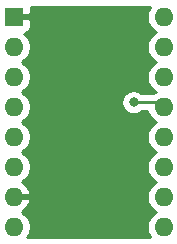
<source format=gbr>
G04 #@! TF.GenerationSoftware,KiCad,Pcbnew,(5.1.5)-3*
G04 #@! TF.CreationDate,2020-05-13T15:10:14-05:00*
G04 #@! TF.ProjectId,pt100stick,70743130-3073-4746-9963-6b2e6b696361,rev?*
G04 #@! TF.SameCoordinates,Original*
G04 #@! TF.FileFunction,Copper,L2,Bot*
G04 #@! TF.FilePolarity,Positive*
%FSLAX46Y46*%
G04 Gerber Fmt 4.6, Leading zero omitted, Abs format (unit mm)*
G04 Created by KiCad (PCBNEW (5.1.5)-3) date 2020-05-13 15:10:14*
%MOMM*%
%LPD*%
G04 APERTURE LIST*
%ADD10O,1.600000X1.600000*%
%ADD11R,1.600000X1.600000*%
%ADD12C,0.800000*%
%ADD13C,0.250000*%
%ADD14C,0.254000*%
G04 APERTURE END LIST*
D10*
X154940000Y-71120000D03*
X142240000Y-88900000D03*
X154940000Y-73660000D03*
X142240000Y-86360000D03*
X154940000Y-76200000D03*
X142240000Y-83820000D03*
X154940000Y-78740000D03*
X142240000Y-81280000D03*
X154940000Y-81280000D03*
X142240000Y-78740000D03*
X154940000Y-83820000D03*
X142240000Y-76200000D03*
X154940000Y-86360000D03*
X142240000Y-73660000D03*
X154940000Y-88900000D03*
D11*
X142240000Y-71120000D03*
D12*
X152717500Y-70993000D03*
X148907500Y-77279500D03*
X152400000Y-78359000D03*
D13*
X154559000Y-78359000D02*
X154940000Y-78740000D01*
X152400000Y-78359000D02*
X154559000Y-78359000D01*
D14*
G36*
X153668320Y-70440273D02*
G01*
X153560147Y-70701426D01*
X153505000Y-70978665D01*
X153505000Y-71261335D01*
X153560147Y-71538574D01*
X153668320Y-71799727D01*
X153825363Y-72034759D01*
X154025241Y-72234637D01*
X154257759Y-72390000D01*
X154025241Y-72545363D01*
X153825363Y-72745241D01*
X153668320Y-72980273D01*
X153560147Y-73241426D01*
X153505000Y-73518665D01*
X153505000Y-73801335D01*
X153560147Y-74078574D01*
X153668320Y-74339727D01*
X153825363Y-74574759D01*
X154025241Y-74774637D01*
X154257759Y-74930000D01*
X154025241Y-75085363D01*
X153825363Y-75285241D01*
X153668320Y-75520273D01*
X153560147Y-75781426D01*
X153505000Y-76058665D01*
X153505000Y-76341335D01*
X153560147Y-76618574D01*
X153668320Y-76879727D01*
X153825363Y-77114759D01*
X154025241Y-77314637D01*
X154257759Y-77470000D01*
X154064696Y-77599000D01*
X153103711Y-77599000D01*
X153059774Y-77555063D01*
X152890256Y-77441795D01*
X152701898Y-77363774D01*
X152501939Y-77324000D01*
X152298061Y-77324000D01*
X152098102Y-77363774D01*
X151909744Y-77441795D01*
X151740226Y-77555063D01*
X151596063Y-77699226D01*
X151482795Y-77868744D01*
X151404774Y-78057102D01*
X151365000Y-78257061D01*
X151365000Y-78460939D01*
X151404774Y-78660898D01*
X151482795Y-78849256D01*
X151596063Y-79018774D01*
X151740226Y-79162937D01*
X151909744Y-79276205D01*
X152098102Y-79354226D01*
X152298061Y-79394000D01*
X152501939Y-79394000D01*
X152701898Y-79354226D01*
X152890256Y-79276205D01*
X153059774Y-79162937D01*
X153103711Y-79119000D01*
X153552275Y-79119000D01*
X153560147Y-79158574D01*
X153668320Y-79419727D01*
X153825363Y-79654759D01*
X154025241Y-79854637D01*
X154257759Y-80010000D01*
X154025241Y-80165363D01*
X153825363Y-80365241D01*
X153668320Y-80600273D01*
X153560147Y-80861426D01*
X153505000Y-81138665D01*
X153505000Y-81421335D01*
X153560147Y-81698574D01*
X153668320Y-81959727D01*
X153825363Y-82194759D01*
X154025241Y-82394637D01*
X154257759Y-82550000D01*
X154025241Y-82705363D01*
X153825363Y-82905241D01*
X153668320Y-83140273D01*
X153560147Y-83401426D01*
X153505000Y-83678665D01*
X153505000Y-83961335D01*
X153560147Y-84238574D01*
X153668320Y-84499727D01*
X153825363Y-84734759D01*
X154025241Y-84934637D01*
X154257759Y-85090000D01*
X154025241Y-85245363D01*
X153825363Y-85445241D01*
X153668320Y-85680273D01*
X153560147Y-85941426D01*
X153505000Y-86218665D01*
X153505000Y-86501335D01*
X153560147Y-86778574D01*
X153668320Y-87039727D01*
X153825363Y-87274759D01*
X154025241Y-87474637D01*
X154257759Y-87630000D01*
X154025241Y-87785363D01*
X153825363Y-87985241D01*
X153668320Y-88220273D01*
X153560147Y-88481426D01*
X153505000Y-88758665D01*
X153505000Y-89041335D01*
X153560147Y-89318574D01*
X153668320Y-89579727D01*
X153774743Y-89739000D01*
X143405257Y-89739000D01*
X143511680Y-89579727D01*
X143619853Y-89318574D01*
X143675000Y-89041335D01*
X143675000Y-88758665D01*
X143619853Y-88481426D01*
X143511680Y-88220273D01*
X143354637Y-87985241D01*
X143154759Y-87785363D01*
X142919727Y-87628320D01*
X142909135Y-87623933D01*
X143095131Y-87512385D01*
X143303519Y-87323414D01*
X143471037Y-87097420D01*
X143591246Y-86843087D01*
X143631904Y-86709039D01*
X143509915Y-86487000D01*
X142367000Y-86487000D01*
X142367000Y-86507000D01*
X142113000Y-86507000D01*
X142113000Y-86487000D01*
X142093000Y-86487000D01*
X142093000Y-86233000D01*
X142113000Y-86233000D01*
X142113000Y-86213000D01*
X142367000Y-86213000D01*
X142367000Y-86233000D01*
X143509915Y-86233000D01*
X143631904Y-86010961D01*
X143591246Y-85876913D01*
X143471037Y-85622580D01*
X143303519Y-85396586D01*
X143095131Y-85207615D01*
X142909135Y-85096067D01*
X142919727Y-85091680D01*
X143154759Y-84934637D01*
X143354637Y-84734759D01*
X143511680Y-84499727D01*
X143619853Y-84238574D01*
X143675000Y-83961335D01*
X143675000Y-83678665D01*
X143619853Y-83401426D01*
X143511680Y-83140273D01*
X143354637Y-82905241D01*
X143154759Y-82705363D01*
X142922241Y-82550000D01*
X143154759Y-82394637D01*
X143354637Y-82194759D01*
X143511680Y-81959727D01*
X143619853Y-81698574D01*
X143675000Y-81421335D01*
X143675000Y-81138665D01*
X143619853Y-80861426D01*
X143511680Y-80600273D01*
X143354637Y-80365241D01*
X143154759Y-80165363D01*
X142922241Y-80010000D01*
X143154759Y-79854637D01*
X143354637Y-79654759D01*
X143511680Y-79419727D01*
X143619853Y-79158574D01*
X143675000Y-78881335D01*
X143675000Y-78598665D01*
X143619853Y-78321426D01*
X143511680Y-78060273D01*
X143354637Y-77825241D01*
X143154759Y-77625363D01*
X142922241Y-77470000D01*
X143154759Y-77314637D01*
X143354637Y-77114759D01*
X143511680Y-76879727D01*
X143619853Y-76618574D01*
X143675000Y-76341335D01*
X143675000Y-76058665D01*
X143619853Y-75781426D01*
X143511680Y-75520273D01*
X143354637Y-75285241D01*
X143154759Y-75085363D01*
X142922241Y-74930000D01*
X143154759Y-74774637D01*
X143354637Y-74574759D01*
X143511680Y-74339727D01*
X143619853Y-74078574D01*
X143675000Y-73801335D01*
X143675000Y-73518665D01*
X143619853Y-73241426D01*
X143511680Y-72980273D01*
X143354637Y-72745241D01*
X143156039Y-72546643D01*
X143164482Y-72545812D01*
X143284180Y-72509502D01*
X143394494Y-72450537D01*
X143491185Y-72371185D01*
X143570537Y-72274494D01*
X143629502Y-72164180D01*
X143665812Y-72044482D01*
X143678072Y-71920000D01*
X143675000Y-71405750D01*
X143516250Y-71247000D01*
X142367000Y-71247000D01*
X142367000Y-71267000D01*
X142113000Y-71267000D01*
X142113000Y-71247000D01*
X142093000Y-71247000D01*
X142093000Y-70993000D01*
X142113000Y-70993000D01*
X142113000Y-70973000D01*
X142367000Y-70973000D01*
X142367000Y-70993000D01*
X143516250Y-70993000D01*
X143675000Y-70834250D01*
X143678072Y-70320000D01*
X143674231Y-70281000D01*
X153774743Y-70281000D01*
X153668320Y-70440273D01*
G37*
X153668320Y-70440273D02*
X153560147Y-70701426D01*
X153505000Y-70978665D01*
X153505000Y-71261335D01*
X153560147Y-71538574D01*
X153668320Y-71799727D01*
X153825363Y-72034759D01*
X154025241Y-72234637D01*
X154257759Y-72390000D01*
X154025241Y-72545363D01*
X153825363Y-72745241D01*
X153668320Y-72980273D01*
X153560147Y-73241426D01*
X153505000Y-73518665D01*
X153505000Y-73801335D01*
X153560147Y-74078574D01*
X153668320Y-74339727D01*
X153825363Y-74574759D01*
X154025241Y-74774637D01*
X154257759Y-74930000D01*
X154025241Y-75085363D01*
X153825363Y-75285241D01*
X153668320Y-75520273D01*
X153560147Y-75781426D01*
X153505000Y-76058665D01*
X153505000Y-76341335D01*
X153560147Y-76618574D01*
X153668320Y-76879727D01*
X153825363Y-77114759D01*
X154025241Y-77314637D01*
X154257759Y-77470000D01*
X154064696Y-77599000D01*
X153103711Y-77599000D01*
X153059774Y-77555063D01*
X152890256Y-77441795D01*
X152701898Y-77363774D01*
X152501939Y-77324000D01*
X152298061Y-77324000D01*
X152098102Y-77363774D01*
X151909744Y-77441795D01*
X151740226Y-77555063D01*
X151596063Y-77699226D01*
X151482795Y-77868744D01*
X151404774Y-78057102D01*
X151365000Y-78257061D01*
X151365000Y-78460939D01*
X151404774Y-78660898D01*
X151482795Y-78849256D01*
X151596063Y-79018774D01*
X151740226Y-79162937D01*
X151909744Y-79276205D01*
X152098102Y-79354226D01*
X152298061Y-79394000D01*
X152501939Y-79394000D01*
X152701898Y-79354226D01*
X152890256Y-79276205D01*
X153059774Y-79162937D01*
X153103711Y-79119000D01*
X153552275Y-79119000D01*
X153560147Y-79158574D01*
X153668320Y-79419727D01*
X153825363Y-79654759D01*
X154025241Y-79854637D01*
X154257759Y-80010000D01*
X154025241Y-80165363D01*
X153825363Y-80365241D01*
X153668320Y-80600273D01*
X153560147Y-80861426D01*
X153505000Y-81138665D01*
X153505000Y-81421335D01*
X153560147Y-81698574D01*
X153668320Y-81959727D01*
X153825363Y-82194759D01*
X154025241Y-82394637D01*
X154257759Y-82550000D01*
X154025241Y-82705363D01*
X153825363Y-82905241D01*
X153668320Y-83140273D01*
X153560147Y-83401426D01*
X153505000Y-83678665D01*
X153505000Y-83961335D01*
X153560147Y-84238574D01*
X153668320Y-84499727D01*
X153825363Y-84734759D01*
X154025241Y-84934637D01*
X154257759Y-85090000D01*
X154025241Y-85245363D01*
X153825363Y-85445241D01*
X153668320Y-85680273D01*
X153560147Y-85941426D01*
X153505000Y-86218665D01*
X153505000Y-86501335D01*
X153560147Y-86778574D01*
X153668320Y-87039727D01*
X153825363Y-87274759D01*
X154025241Y-87474637D01*
X154257759Y-87630000D01*
X154025241Y-87785363D01*
X153825363Y-87985241D01*
X153668320Y-88220273D01*
X153560147Y-88481426D01*
X153505000Y-88758665D01*
X153505000Y-89041335D01*
X153560147Y-89318574D01*
X153668320Y-89579727D01*
X153774743Y-89739000D01*
X143405257Y-89739000D01*
X143511680Y-89579727D01*
X143619853Y-89318574D01*
X143675000Y-89041335D01*
X143675000Y-88758665D01*
X143619853Y-88481426D01*
X143511680Y-88220273D01*
X143354637Y-87985241D01*
X143154759Y-87785363D01*
X142919727Y-87628320D01*
X142909135Y-87623933D01*
X143095131Y-87512385D01*
X143303519Y-87323414D01*
X143471037Y-87097420D01*
X143591246Y-86843087D01*
X143631904Y-86709039D01*
X143509915Y-86487000D01*
X142367000Y-86487000D01*
X142367000Y-86507000D01*
X142113000Y-86507000D01*
X142113000Y-86487000D01*
X142093000Y-86487000D01*
X142093000Y-86233000D01*
X142113000Y-86233000D01*
X142113000Y-86213000D01*
X142367000Y-86213000D01*
X142367000Y-86233000D01*
X143509915Y-86233000D01*
X143631904Y-86010961D01*
X143591246Y-85876913D01*
X143471037Y-85622580D01*
X143303519Y-85396586D01*
X143095131Y-85207615D01*
X142909135Y-85096067D01*
X142919727Y-85091680D01*
X143154759Y-84934637D01*
X143354637Y-84734759D01*
X143511680Y-84499727D01*
X143619853Y-84238574D01*
X143675000Y-83961335D01*
X143675000Y-83678665D01*
X143619853Y-83401426D01*
X143511680Y-83140273D01*
X143354637Y-82905241D01*
X143154759Y-82705363D01*
X142922241Y-82550000D01*
X143154759Y-82394637D01*
X143354637Y-82194759D01*
X143511680Y-81959727D01*
X143619853Y-81698574D01*
X143675000Y-81421335D01*
X143675000Y-81138665D01*
X143619853Y-80861426D01*
X143511680Y-80600273D01*
X143354637Y-80365241D01*
X143154759Y-80165363D01*
X142922241Y-80010000D01*
X143154759Y-79854637D01*
X143354637Y-79654759D01*
X143511680Y-79419727D01*
X143619853Y-79158574D01*
X143675000Y-78881335D01*
X143675000Y-78598665D01*
X143619853Y-78321426D01*
X143511680Y-78060273D01*
X143354637Y-77825241D01*
X143154759Y-77625363D01*
X142922241Y-77470000D01*
X143154759Y-77314637D01*
X143354637Y-77114759D01*
X143511680Y-76879727D01*
X143619853Y-76618574D01*
X143675000Y-76341335D01*
X143675000Y-76058665D01*
X143619853Y-75781426D01*
X143511680Y-75520273D01*
X143354637Y-75285241D01*
X143154759Y-75085363D01*
X142922241Y-74930000D01*
X143154759Y-74774637D01*
X143354637Y-74574759D01*
X143511680Y-74339727D01*
X143619853Y-74078574D01*
X143675000Y-73801335D01*
X143675000Y-73518665D01*
X143619853Y-73241426D01*
X143511680Y-72980273D01*
X143354637Y-72745241D01*
X143156039Y-72546643D01*
X143164482Y-72545812D01*
X143284180Y-72509502D01*
X143394494Y-72450537D01*
X143491185Y-72371185D01*
X143570537Y-72274494D01*
X143629502Y-72164180D01*
X143665812Y-72044482D01*
X143678072Y-71920000D01*
X143675000Y-71405750D01*
X143516250Y-71247000D01*
X142367000Y-71247000D01*
X142367000Y-71267000D01*
X142113000Y-71267000D01*
X142113000Y-71247000D01*
X142093000Y-71247000D01*
X142093000Y-70993000D01*
X142113000Y-70993000D01*
X142113000Y-70973000D01*
X142367000Y-70973000D01*
X142367000Y-70993000D01*
X143516250Y-70993000D01*
X143675000Y-70834250D01*
X143678072Y-70320000D01*
X143674231Y-70281000D01*
X153774743Y-70281000D01*
X153668320Y-70440273D01*
M02*

</source>
